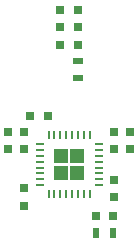
<source format=gbr>
%TF.GenerationSoftware,KiCad,Pcbnew,(5.1.9)-1*%
%TF.CreationDate,2021-07-11T13:39:41+02:00*%
%TF.ProjectId,TinyFPGA-A,54696e79-4650-4474-912d-412e6b696361,rev?*%
%TF.SameCoordinates,Original*%
%TF.FileFunction,Paste,Top*%
%TF.FilePolarity,Positive*%
%FSLAX46Y46*%
G04 Gerber Fmt 4.6, Leading zero omitted, Abs format (unit mm)*
G04 Created by KiCad (PCBNEW (5.1.9)-1) date 2021-07-11 13:39:41*
%MOMM*%
%LPD*%
G01*
G04 APERTURE LIST*
%ADD10O,0.240000X0.700000*%
%ADD11O,0.700000X0.240000*%
%ADD12R,1.170000X1.170000*%
%ADD13R,0.800000X0.750000*%
%ADD14R,0.750000X0.800000*%
%ADD15R,0.500000X0.900000*%
%ADD16R,0.900000X0.500000*%
G04 APERTURE END LIST*
D10*
%TO.C,U1*%
X90650000Y-135405500D03*
X90150000Y-135405500D03*
X89650000Y-135405500D03*
X89150000Y-135405500D03*
X88650000Y-135405500D03*
X88150000Y-135405500D03*
X87650000Y-135405500D03*
X87150000Y-135405500D03*
D11*
X86400000Y-134655500D03*
X86400000Y-134155500D03*
X86400000Y-133655500D03*
X86400000Y-133155500D03*
X86400000Y-132655500D03*
X86400000Y-132155500D03*
X86400000Y-131655500D03*
X86400000Y-131155500D03*
D10*
X87150000Y-130405500D03*
X87650000Y-130405500D03*
X88150000Y-130405500D03*
X88650000Y-130405500D03*
X89150000Y-130405500D03*
X89650000Y-130405500D03*
X90150000Y-130405500D03*
X90650000Y-130405500D03*
D11*
X91400000Y-131155500D03*
X91400000Y-131655500D03*
X91400000Y-132155500D03*
X91400000Y-132655500D03*
X91400000Y-133155500D03*
X91400000Y-133655500D03*
X91400000Y-134155500D03*
X91400000Y-134655500D03*
D12*
X89600000Y-133605500D03*
X88200000Y-132205500D03*
X88200000Y-133605500D03*
X89600000Y-132205500D03*
%TD*%
D13*
%TO.C,C2*%
X89650000Y-121285000D03*
X88150000Y-121285000D03*
%TD*%
D14*
%TO.C,C4*%
X83693000Y-131623500D03*
X83693000Y-130123500D03*
%TD*%
D13*
%TO.C,C8*%
X87110000Y-128778000D03*
X85610000Y-128778000D03*
%TD*%
D14*
%TO.C,C9*%
X92659200Y-131623500D03*
X92659200Y-130123500D03*
%TD*%
%TO.C,C10*%
X94056200Y-131623500D03*
X94056200Y-130123500D03*
%TD*%
%TO.C,C11*%
X92710000Y-134187500D03*
X92710000Y-135687500D03*
%TD*%
D15*
%TO.C,R1*%
X91134500Y-138684000D03*
X92634500Y-138684000D03*
%TD*%
D13*
%TO.C,C1*%
X89650000Y-119824500D03*
X88150000Y-119824500D03*
%TD*%
%TO.C,C3*%
X89650000Y-122745500D03*
X88150000Y-122745500D03*
%TD*%
D14*
%TO.C,C5*%
X85090000Y-131623500D03*
X85090000Y-130123500D03*
%TD*%
D13*
%TO.C,C6*%
X91134500Y-137223500D03*
X92634500Y-137223500D03*
%TD*%
D14*
%TO.C,C7*%
X85090000Y-134886000D03*
X85090000Y-136386000D03*
%TD*%
D16*
%TO.C,L1*%
X89662000Y-125591000D03*
X89662000Y-124091000D03*
%TD*%
M02*

</source>
